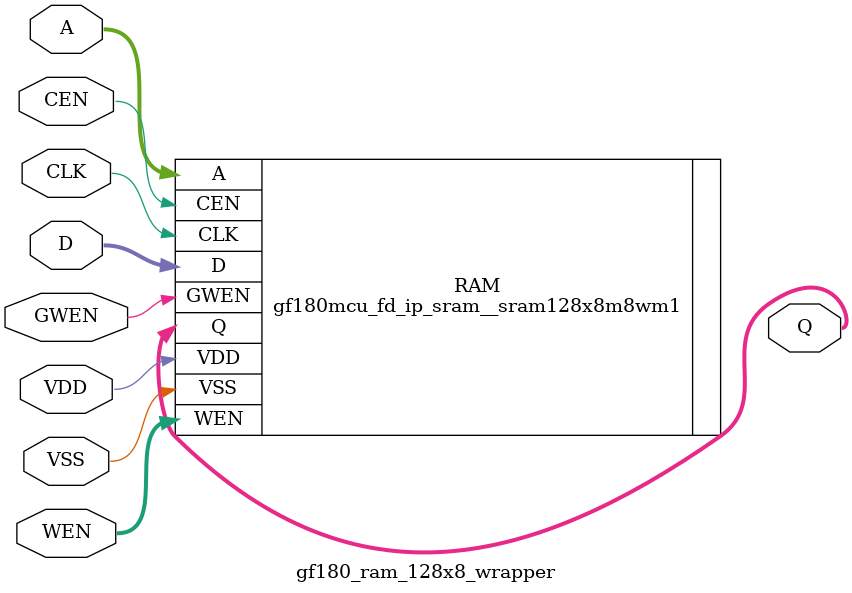
<source format=v>
module gf180_ram_128x8_wrapper (CEN,
    CLK,
    GWEN,
    VDD,
    VSS,
    A,
    D,
    Q,
    WEN);
 input CEN;
 input CLK;
 input GWEN;
 input VDD;
 input VSS;
 input [6:0] A;
 input [7:0] D;
 output [7:0] Q;
 input [7:0] WEN;


 gf180mcu_fd_ip_sram__sram128x8m8wm1 RAM (.CEN(CEN),
    .CLK(CLK),
    .GWEN(GWEN),
    .VDD(VDD),
    .VSS(VSS),
    .A({A[6],
    A[5],
    A[4],
    A[3],
    A[2],
    A[1],
    A[0]}),
    .D({D[7],
    D[6],
    D[5],
    D[4],
    D[3],
    D[2],
    D[1],
    D[0]}),
    .Q({Q[7],
    Q[6],
    Q[5],
    Q[4],
    Q[3],
    Q[2],
    Q[1],
    Q[0]}),
    .WEN({WEN[7],
    WEN[6],
    WEN[5],
    WEN[4],
    WEN[3],
    WEN[2],
    WEN[1],
    WEN[0]}));
endmodule

</source>
